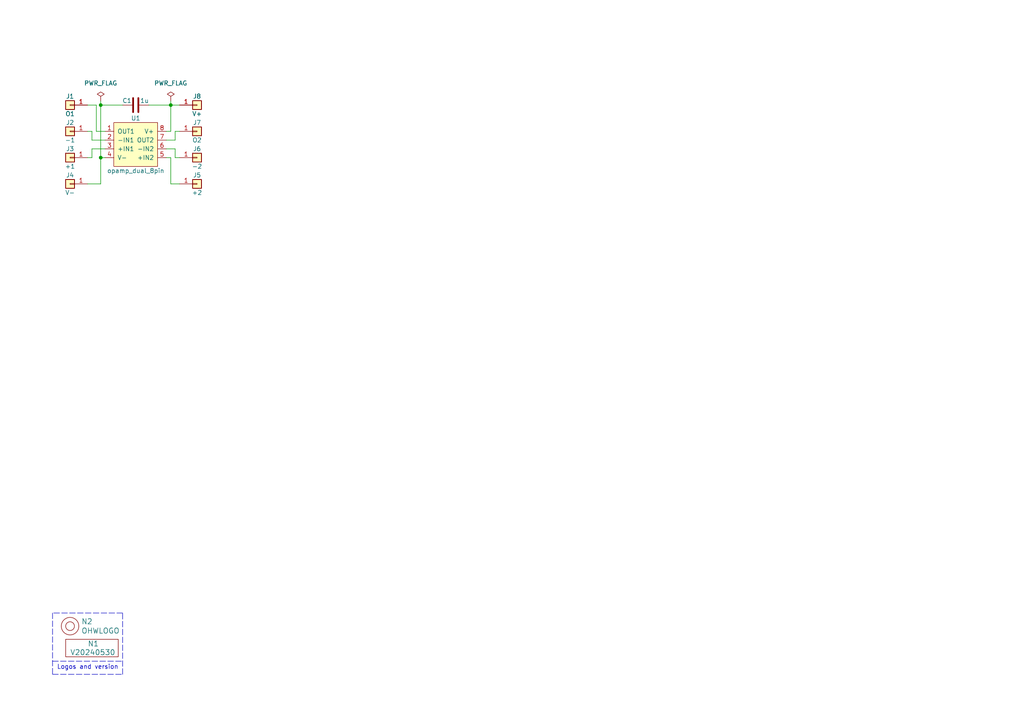
<source format=kicad_sch>
(kicad_sch (version 20230121) (generator eeschema)
  (paper "A4")
  (lib_symbols
    (symbol "Connector_Generic:Conn_01x01" (pin_names (offset 1.016) hide)
      (property "Reference" "J" (at 0 2.54 0))
      (property "Value" "Conn_01x01" (at 0 -2.54 0))
      (symbol "Conn_01x01_1_1"
        (rectangle (start -1.27 0.127) (end 0 -0.127) (stroke (width 0.1524)))
        (rectangle (start -1.27 1.27) (end 1.27 -1.27) (stroke (width 0.254)) (fill (type background)))
        (pin passive line (at -5.08 0 0) (length 3.81) (name "Pin_1") (number "1"))
      )
    )
    (symbol "Device:C" (pin_numbers hide) (pin_names (offset 0.254))
      (property "Reference" "C" (at 0.635 2.54 0))
      (property "Value" "C" (at 0.635 -2.54 0))
      (symbol "C_0_1"
        (polyline (pts (xy -2.032 -0.762) (xy 2.032 -0.762)) (stroke (width 0.508)))
        (polyline (pts (xy -2.032 0.762) (xy 2.032 0.762)) (stroke (width 0.508)))
      )
      (symbol "C_1_1"
        (pin passive line (at 0 3.81 270) (length 2.794) (name "~") (number "1"))
        (pin passive line (at 0 -3.81 90) (length 2.794) (name "~") (number "2"))
      )
    )
    (symbol "SquantorGenericAnalog:opamp_dual_8pin" (pin_names (offset 1.016))
      (property "Reference" "U" (at 0 7.62 0))
      (property "Value" "opamp_dual_8pin" (at 0 -7.62 0))
      (symbol "opamp_dual_8pin_0_1"
        (rectangle (start -6.35 6.35) (end 6.35 -6.35) (fill (type background)))
      )
      (symbol "opamp_dual_8pin_1_1"
        (pin output line (at -8.89 3.81 0) (length 2.54) (name "OUT1") (number "1"))
        (pin input line (at -8.89 1.27 0) (length 2.54) (name "-IN1") (number "2"))
        (pin input line (at -8.89 -1.27 0) (length 2.54) (name "+IN1") (number "3"))
        (pin power_in line (at -8.89 -3.81 0) (length 2.54) (name "V-") (number "4"))
        (pin input line (at 8.89 -3.81 180) (length 2.54) (name "+IN2") (number "5"))
        (pin input line (at 8.89 -1.27 180) (length 2.54) (name "-IN2") (number "6"))
        (pin output line (at 8.89 1.27 180) (length 2.54) (name "OUT2") (number "7"))
        (pin power_in line (at 8.89 3.81 180) (length 2.54) (name "V+") (number "8"))
      )
    )
    (symbol "SquantorLabels:OHWLOGO" (pin_names (offset 1.016))
      (property "Reference" "N" (at 0 3.81 0))
      (property "Value" "OHWLOGO" (at 0 -3.81 0))
      (symbol "OHWLOGO_0_1"
        (circle (center 0 0) (radius 1.27))
        (circle (center 0 0) (radius 2.54))
      )
    )
    (symbol "SquantorLabels:VYYYYMMDD" (pin_names (offset 1.016))
      (property "Reference" "N" (at 0 2.54 0))
      (property "Value" "VYYYYMMDD" (at 0 0 0))
      (symbol "VYYYYMMDD_0_1"
        (rectangle (start 7.62 -1.27) (end -7.62 3.81))
      )
    )
    (symbol "power:PWR_FLAG" (power) (pin_numbers hide) (pin_names (offset 0) hide)
      (property "Value" "PWR_FLAG" (at 0 3.81 0))
      (symbol "PWR_FLAG_0_0"
        (pin power_out line (at 0 0 90) (length 0) (name "pwr") (number "1"))
      )
      (symbol "PWR_FLAG_0_1"
        (polyline (pts (xy 0 0) (xy 0 1.27) (xy -1.016 1.905) (xy 0 2.54) (xy 1.016 1.905) (xy 0 1.27)))
      )
    )
  )
  (junction (at 29.21 45.72))
  (junction (at 49.53 30.48))
  (junction (at 29.21 30.48))
  (wire (pts (xy 26.67 40.64) (xy 26.67 38.1)))
  (wire (pts (xy 49.53 30.48) (xy 52.07 30.48)))
  (polyline (pts (xy 15.24 191.77) (xy 35.56 191.77)) (stroke (width 0) (type dash)))
  (wire (pts (xy 26.67 45.72) (xy 25.4 45.72)))
  (wire (pts (xy 27.94 38.1) (xy 27.94 30.48)))
  (wire (pts (xy 29.21 30.48) (xy 35.56 30.48)))
  (polyline (pts (xy 35.56 195.58) (xy 35.56 177.8)) (stroke (width 0) (type dash)))
  (wire (pts (xy 48.26 38.1) (xy 49.53 38.1)))
  (wire (pts (xy 29.21 29.21) (xy 29.21 30.48)))
  (wire (pts (xy 43.18 30.48) (xy 49.53 30.48)))
  (wire (pts (xy 49.53 53.34) (xy 52.07 53.34)))
  (wire (pts (xy 29.21 45.72) (xy 29.21 53.34)))
  (wire (pts (xy 48.26 43.18) (xy 50.8 43.18)))
  (wire (pts (xy 48.26 40.64) (xy 50.8 40.64)))
  (wire (pts (xy 49.53 45.72) (xy 49.53 53.34)))
  (wire (pts (xy 50.8 43.18) (xy 50.8 45.72)))
  (polyline (pts (xy 15.24 195.58) (xy 35.56 195.58)) (stroke (width 0) (type dash)))
  (wire (pts (xy 30.48 40.64) (xy 26.67 40.64)))
  (wire (pts (xy 27.94 30.48) (xy 25.4 30.48)))
  (wire (pts (xy 50.8 45.72) (xy 52.07 45.72)))
  (wire (pts (xy 49.53 29.21) (xy 49.53 30.48)))
  (polyline (pts (xy 15.24 177.8) (xy 15.24 195.58)) (stroke (width 0) (type dash)))
  (wire (pts (xy 29.21 45.72) (xy 29.21 30.48)))
  (wire (pts (xy 30.48 38.1) (xy 27.94 38.1)))
  (wire (pts (xy 50.8 38.1) (xy 52.07 38.1)))
  (wire (pts (xy 48.26 45.72) (xy 49.53 45.72)))
  (wire (pts (xy 50.8 40.64) (xy 50.8 38.1)))
  (wire (pts (xy 26.67 38.1) (xy 25.4 38.1)))
  (wire (pts (xy 30.48 45.72) (xy 29.21 45.72)))
  (wire (pts (xy 26.67 43.18) (xy 26.67 45.72)))
  (wire (pts (xy 29.21 53.34) (xy 25.4 53.34)))
  (wire (pts (xy 49.53 30.48) (xy 49.53 38.1)))
  (wire (pts (xy 30.48 43.18) (xy 26.67 43.18)))
  (polyline (pts (xy 35.56 177.8) (xy 15.24 177.8)) (stroke (width 0) (type dash)))
  (text "Logos and version" (at 16.51 194.31 0) (effects (font (size 1.27 1.27)) (justify left bottom)))
  (symbol (lib_id "SquantorLabels:VYYYYMMDD") (at 26.67 189.23 0) (unit 1)
    (property "Reference" "N1" (at 25.4 186.69 0) (effects (font (size 1.524 1.524)) (justify left)))
    (property "Value" "V20240530" (at 20.32 189.23 0) (effects (font (size 1.524 1.524)) (justify left)))
    (property "Footprint" "SquantorLabels:Label_Generic" (effects hide))
  )
  (symbol (lib_id "SquantorLabels:OHWLOGO") (at 20.32 181.61 0) (unit 1)
    (property "Reference" "N2" (at 23.5712 180.2638 0) (effects (font (size 1.524 1.524)) (justify left)))
    (property "Value" "OHWLOGO" (at 23.5712 182.9562 0) (effects (font (size 1.524 1.524)) (justify left)))
    (property "Footprint" "Symbol:OSHW-Symbol_6.7x6mm_SilkScreen" (effects hide))
  )
  (symbol (lib_id "Connector_Generic:Conn_01x01") (at 20.32 38.1 180) (unit 1)
    (property "Reference" "J2" (at 20.32 35.56 0))
    (property "Value" "-1" (at 20.32 40.64 0))
    (property "Footprint" "mill-max:PC_pin_nail_head_6092" (effects hide))
  )
  (symbol (lib_id "Connector_Generic:Conn_01x01") (at 20.32 30.48 180) (unit 1)
    (property "Reference" "J1" (at 20.32 27.94 0))
    (property "Value" "O1" (at 20.32 33.02 0))
    (property "Footprint" "mill-max:PC_pin_nail_head_6092" (effects hide))
  )
  (symbol (lib_id "Connector_Generic:Conn_01x01") (at 20.32 45.72 0) (mirror y) (unit 1)
    (property "Reference" "J3" (at 20.32 43.18 0))
    (property "Value" "+1" (at 20.32 48.26 0))
    (property "Footprint" "mill-max:PC_pin_nail_head_6092" (effects hide))
  )
  (symbol (lib_id "Connector_Generic:Conn_01x01") (at 20.32 53.34 0) (mirror y) (unit 1)
    (property "Reference" "J4" (at 20.32 50.8 0))
    (property "Value" "V-" (at 20.32 55.88 0))
    (property "Footprint" "mill-max:PC_pin_nail_head_6092" (effects hide))
  )
  (symbol (lib_id "Connector_Generic:Conn_01x01") (at 57.15 53.34 0) (unit 1)
    (property "Reference" "J5" (at 57.15 50.8 0))
    (property "Value" "+2" (at 57.15 55.88 0))
    (property "Footprint" "mill-max:PC_pin_nail_head_6092" (effects hide))
  )
  (symbol (lib_id "Connector_Generic:Conn_01x01") (at 57.15 45.72 0) (mirror x) (unit 1)
    (property "Reference" "J6" (at 57.15 43.18 0))
    (property "Value" "-2" (at 57.15 48.26 0))
    (property "Footprint" "mill-max:PC_pin_nail_head_6092" (effects hide))
  )
  (symbol (lib_id "Connector_Generic:Conn_01x01") (at 57.15 30.48 0) (mirror x) (unit 1)
    (property "Reference" "J8" (at 57.15 27.94 0))
    (property "Value" "V+" (at 57.15 33.02 0))
    (property "Footprint" "mill-max:PC_pin_nail_head_6092" (effects hide))
  )
  (symbol (lib_id "Connector_Generic:Conn_01x01") (at 57.15 38.1 0) (mirror x) (unit 1)
    (property "Reference" "J7" (at 57.15 35.56 0))
    (property "Value" "O2" (at 57.15 40.64 0))
    (property "Footprint" "mill-max:PC_pin_nail_head_6092" (effects hide))
  )
  (symbol (lib_id "SquantorGenericAnalog:opamp_dual_8pin") (at 39.37 41.91 0) (unit 1)
    (property "Reference" "U1" (at 39.37 34.29 0))
    (property "Value" "opamp_dual_8pin" (at 39.37 49.53 0))
    (property "Footprint" "Package_DIP:DIP-8_W7.62mm_Socket" (effects hide))
  )
  (symbol (lib_id "Device:C") (at 39.37 30.48 90) (unit 1)
    (property "Reference" "C1" (at 36.83 29.21 90))
    (property "Value" "1u" (at 41.91 29.21 90))
    (property "Footprint" "SquantorCapacitor:C-050-050X100-0805-3516-film" (effects hide))
  )
  (symbol (lib_id "power:PWR_FLAG") (at 29.21 29.21 0) (unit 1)
    (property "Reference" "#FLG01" (effects hide))
    (property "Value" "PWR_FLAG" (at 29.21 24.13 0))
  )
  (symbol (lib_id "power:PWR_FLAG") (at 49.53 29.21 0) (unit 1)
    (property "Reference" "#FLG02" (effects hide))
    (property "Value" "PWR_FLAG" (at 49.53 24.13 0))
  )
)
</source>
